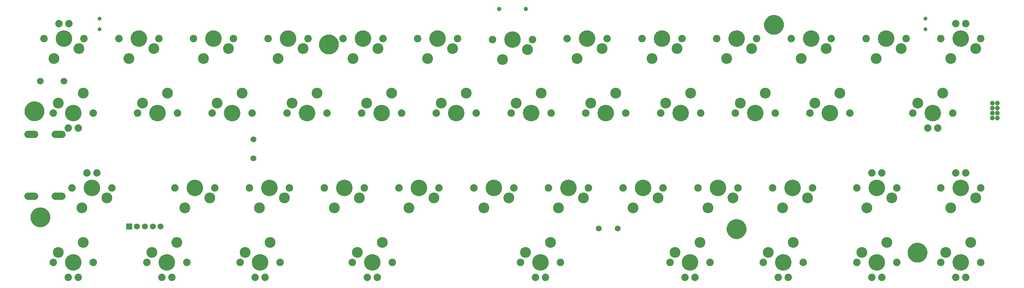
<source format=gts>
G75*
%MOIN*%
%OFA0B0*%
%FSLAX25Y25*%
%IPPOS*%
%LPD*%
%AMOC8*
5,1,8,0,0,1.08239X$1,22.5*
%
%ADD10C,0.10800*%
%ADD11C,0.16550*%
%ADD12C,0.07400*%
%ADD13C,0.07493*%
%ADD14C,0.05950*%
%ADD15R,0.05950X0.05950*%
%ADD16C,0.06706*%
%ADD17C,0.07400*%
%ADD18C,0.03950*%
%ADD19C,0.04343*%
%ADD20C,0.04769*%
%ADD21C,0.09068*%
%ADD22C,0.04000*%
%ADD23C,0.07874*%
D10*
X0042657Y0056842D03*
X0067657Y0066842D03*
X0136161Y0056842D03*
X0161161Y0066842D03*
X0229665Y0056842D03*
X0254665Y0066842D03*
X0341870Y0056842D03*
X0366870Y0066842D03*
X0393622Y0101645D03*
X0418622Y0111645D03*
X0468425Y0101645D03*
X0493425Y0111645D03*
X0543228Y0101645D03*
X0568228Y0111645D03*
X0618031Y0101645D03*
X0643031Y0111645D03*
X0692835Y0101645D03*
X0717835Y0111645D03*
X0767638Y0101645D03*
X0792638Y0111645D03*
X0851791Y0101645D03*
X0876791Y0111645D03*
X0935945Y0101645D03*
X0960945Y0111645D03*
X0955945Y0066842D03*
X0930945Y0056842D03*
X0871791Y0066842D03*
X0846791Y0056842D03*
X0778287Y0066842D03*
X0753287Y0056842D03*
X0684783Y0066842D03*
X0659783Y0056842D03*
X0535177Y0066842D03*
X0510177Y0056842D03*
X0343819Y0111645D03*
X0318819Y0101645D03*
X0269016Y0111645D03*
X0244016Y0101645D03*
X0194213Y0111645D03*
X0169213Y0101645D03*
X0091358Y0111645D03*
X0066358Y0101645D03*
X0042657Y0206449D03*
X0067657Y0216449D03*
X0126811Y0206449D03*
X0151811Y0216449D03*
X0201614Y0206449D03*
X0226614Y0216449D03*
X0276417Y0206449D03*
X0301417Y0216449D03*
X0351220Y0206449D03*
X0376220Y0216449D03*
X0426024Y0206449D03*
X0451024Y0216449D03*
X0500827Y0206449D03*
X0525827Y0216449D03*
X0575630Y0206449D03*
X0600630Y0216449D03*
X0650433Y0206449D03*
X0675433Y0216449D03*
X0725236Y0206449D03*
X0750236Y0216449D03*
X0800039Y0206449D03*
X0825039Y0216449D03*
X0902894Y0206449D03*
X0927894Y0216449D03*
X0935945Y0251252D03*
X0960945Y0261252D03*
X0886142Y0261252D03*
X0861142Y0251252D03*
X0811339Y0261252D03*
X0786339Y0251252D03*
X0736535Y0261252D03*
X0711535Y0251252D03*
X0661732Y0261252D03*
X0636732Y0251252D03*
X0586929Y0261252D03*
X0561929Y0251252D03*
X0512126Y0260267D03*
X0487126Y0250267D03*
X0437323Y0261252D03*
X0412323Y0251252D03*
X0362520Y0261252D03*
X0337520Y0251252D03*
X0287717Y0261252D03*
X0262717Y0251252D03*
X0212913Y0261252D03*
X0187913Y0251252D03*
X0138110Y0261252D03*
X0113110Y0251252D03*
X0063307Y0261252D03*
X0038307Y0251252D03*
D11*
X0048307Y0271252D03*
X0123110Y0271252D03*
X0197913Y0271252D03*
X0272717Y0271252D03*
X0347520Y0271252D03*
X0422323Y0271252D03*
X0497126Y0270267D03*
X0571929Y0271252D03*
X0646732Y0271252D03*
X0721535Y0271252D03*
X0796339Y0271252D03*
X0871142Y0271252D03*
X0945945Y0271252D03*
X0917894Y0196449D03*
X0815039Y0196449D03*
X0740236Y0196449D03*
X0665433Y0196449D03*
X0590630Y0196449D03*
X0515827Y0196449D03*
X0441024Y0196449D03*
X0366220Y0196449D03*
X0291417Y0196449D03*
X0216614Y0196449D03*
X0141811Y0196449D03*
X0057657Y0196449D03*
X0076358Y0121645D03*
X0179213Y0121645D03*
X0254016Y0121645D03*
X0328819Y0121645D03*
X0403622Y0121645D03*
X0478425Y0121645D03*
X0553228Y0121645D03*
X0628031Y0121645D03*
X0702835Y0121645D03*
X0777638Y0121645D03*
X0861791Y0121645D03*
X0945945Y0121645D03*
X0945945Y0046842D03*
X0861791Y0046842D03*
X0768287Y0046842D03*
X0674783Y0046842D03*
X0525177Y0046842D03*
X0356870Y0046842D03*
X0244665Y0046842D03*
X0151161Y0046842D03*
X0057657Y0046842D03*
D12*
X0052657Y0031842D03*
X0062657Y0031842D03*
X0146161Y0031842D03*
X0156161Y0031842D03*
X0239665Y0031842D03*
X0249665Y0031842D03*
X0351870Y0031842D03*
X0361870Y0031842D03*
X0520177Y0031842D03*
X0530177Y0031842D03*
X0669783Y0031842D03*
X0679783Y0031842D03*
X0763287Y0031842D03*
X0773287Y0031842D03*
X0856791Y0031842D03*
X0866791Y0031842D03*
X0940945Y0031842D03*
X0950945Y0031842D03*
X0950945Y0136645D03*
X0940945Y0136645D03*
X0866791Y0136645D03*
X0856791Y0136645D03*
X0912894Y0181449D03*
X0922894Y0181449D03*
X0940945Y0286252D03*
X0950945Y0286252D03*
X0081358Y0136645D03*
X0071358Y0136645D03*
X0062657Y0181449D03*
X0052657Y0181449D03*
X0053307Y0286252D03*
X0043307Y0286252D03*
D13*
X0028307Y0271252D03*
X0068307Y0271252D03*
X0103110Y0271252D03*
X0143110Y0271252D03*
X0177913Y0271252D03*
X0217913Y0271252D03*
X0252717Y0271252D03*
X0292717Y0271252D03*
X0327520Y0271252D03*
X0367520Y0271252D03*
X0402323Y0271252D03*
X0442323Y0271252D03*
X0477126Y0270267D03*
X0517126Y0270267D03*
X0551929Y0271252D03*
X0591929Y0271252D03*
X0626732Y0271252D03*
X0666732Y0271252D03*
X0701535Y0271252D03*
X0741535Y0271252D03*
X0776339Y0271252D03*
X0816339Y0271252D03*
X0851142Y0271252D03*
X0891142Y0271252D03*
X0925945Y0271252D03*
X0965945Y0271252D03*
X0937894Y0196449D03*
X0897894Y0196449D03*
X0835039Y0196449D03*
X0795039Y0196449D03*
X0760236Y0196449D03*
X0720236Y0196449D03*
X0685433Y0196449D03*
X0645433Y0196449D03*
X0610630Y0196449D03*
X0570630Y0196449D03*
X0535827Y0196449D03*
X0495827Y0196449D03*
X0461024Y0196449D03*
X0421024Y0196449D03*
X0386220Y0196449D03*
X0346220Y0196449D03*
X0311417Y0196449D03*
X0271417Y0196449D03*
X0236614Y0196449D03*
X0196614Y0196449D03*
X0161811Y0196449D03*
X0121811Y0196449D03*
X0077657Y0196449D03*
X0037657Y0196449D03*
X0056358Y0121645D03*
X0096358Y0121645D03*
X0159213Y0121645D03*
X0199213Y0121645D03*
X0234016Y0121645D03*
X0274016Y0121645D03*
X0308819Y0121645D03*
X0348819Y0121645D03*
X0383622Y0121645D03*
X0423622Y0121645D03*
X0458425Y0121645D03*
X0498425Y0121645D03*
X0533228Y0121645D03*
X0573228Y0121645D03*
X0608031Y0121645D03*
X0648031Y0121645D03*
X0682835Y0121645D03*
X0722835Y0121645D03*
X0757638Y0121645D03*
X0797638Y0121645D03*
X0841791Y0121645D03*
X0881791Y0121645D03*
X0925945Y0121645D03*
X0965945Y0121645D03*
X0965945Y0046842D03*
X0925945Y0046842D03*
X0881791Y0046842D03*
X0841791Y0046842D03*
X0788287Y0046842D03*
X0748287Y0046842D03*
X0694783Y0046842D03*
X0654783Y0046842D03*
X0545177Y0046842D03*
X0505177Y0046842D03*
X0376870Y0046842D03*
X0336870Y0046842D03*
X0264665Y0046842D03*
X0224665Y0046842D03*
X0171161Y0046842D03*
X0131161Y0046842D03*
X0077657Y0046842D03*
X0037657Y0046842D03*
D14*
X0121326Y0082767D03*
X0129200Y0082767D03*
X0137074Y0082767D03*
X0144948Y0082767D03*
X0237850Y0151160D03*
X0237850Y0170373D03*
X0583394Y0080767D03*
X0602606Y0080767D03*
D15*
X0113452Y0082767D03*
D16*
X0048172Y0228717D03*
X0024550Y0228717D03*
D17*
X0018930Y0175172D02*
X0012330Y0175172D01*
X0039456Y0175172D02*
X0046056Y0175172D01*
X0046056Y0113361D02*
X0039456Y0113361D01*
X0018930Y0113361D02*
X0012330Y0113361D01*
D18*
X0083740Y0280602D03*
X0083740Y0291429D03*
X0910512Y0291429D03*
X0910512Y0280602D03*
D19*
X0510512Y0301017D03*
X0483740Y0301017D03*
D20*
X0977500Y0206567D03*
X0982500Y0206567D03*
X0982500Y0201567D03*
X0977500Y0201567D03*
X0977500Y0196567D03*
X0982500Y0196567D03*
X0982500Y0191567D03*
X0977500Y0191567D03*
D21*
X0758937Y0285031D03*
X0313455Y0265346D03*
X0018780Y0198417D03*
X0024685Y0092118D03*
X0721535Y0080307D03*
X0902638Y0056685D03*
D22*
X0909538Y0056585D03*
X0907638Y0051685D03*
X0902438Y0049685D03*
X0897638Y0051785D03*
X0895638Y0056685D03*
X0897738Y0061485D03*
X0902838Y0063585D03*
X0907638Y0061685D03*
X0728435Y0080207D03*
X0726535Y0075307D03*
X0721335Y0073307D03*
X0716535Y0075407D03*
X0714535Y0080307D03*
X0716635Y0085107D03*
X0721735Y0087207D03*
X0726535Y0085307D03*
X0318455Y0260346D03*
X0313255Y0258346D03*
X0308455Y0260446D03*
X0306455Y0265346D03*
X0308555Y0270146D03*
X0313655Y0272246D03*
X0318455Y0270346D03*
X0320355Y0265246D03*
X0025680Y0198317D03*
X0023780Y0203417D03*
X0018980Y0205317D03*
X0013880Y0203217D03*
X0011780Y0198417D03*
X0013780Y0193517D03*
X0018580Y0191417D03*
X0023780Y0193417D03*
X0024885Y0099018D03*
X0029685Y0097118D03*
X0031585Y0092018D03*
X0029685Y0087118D03*
X0024485Y0085118D03*
X0019685Y0087218D03*
X0017685Y0092118D03*
X0019785Y0096918D03*
X0751937Y0285031D03*
X0753937Y0280131D03*
X0758737Y0278031D03*
X0763937Y0280031D03*
X0765837Y0284931D03*
X0763937Y0290031D03*
X0759137Y0291931D03*
X0754037Y0289831D03*
D23*
X0753031Y0285031D02*
X0753033Y0285184D01*
X0753039Y0285338D01*
X0753049Y0285491D01*
X0753063Y0285643D01*
X0753081Y0285796D01*
X0753103Y0285947D01*
X0753128Y0286098D01*
X0753158Y0286249D01*
X0753192Y0286399D01*
X0753229Y0286547D01*
X0753270Y0286695D01*
X0753315Y0286841D01*
X0753364Y0286987D01*
X0753417Y0287131D01*
X0753473Y0287273D01*
X0753533Y0287414D01*
X0753597Y0287554D01*
X0753664Y0287692D01*
X0753735Y0287828D01*
X0753810Y0287962D01*
X0753887Y0288094D01*
X0753969Y0288224D01*
X0754053Y0288352D01*
X0754141Y0288478D01*
X0754232Y0288601D01*
X0754326Y0288722D01*
X0754424Y0288840D01*
X0754524Y0288956D01*
X0754628Y0289069D01*
X0754734Y0289180D01*
X0754843Y0289288D01*
X0754955Y0289393D01*
X0755069Y0289494D01*
X0755187Y0289593D01*
X0755306Y0289689D01*
X0755428Y0289782D01*
X0755553Y0289871D01*
X0755680Y0289958D01*
X0755809Y0290040D01*
X0755940Y0290120D01*
X0756073Y0290196D01*
X0756208Y0290269D01*
X0756345Y0290338D01*
X0756484Y0290403D01*
X0756624Y0290465D01*
X0756766Y0290523D01*
X0756909Y0290578D01*
X0757054Y0290629D01*
X0757200Y0290676D01*
X0757347Y0290719D01*
X0757495Y0290758D01*
X0757644Y0290794D01*
X0757794Y0290825D01*
X0757945Y0290853D01*
X0758096Y0290877D01*
X0758249Y0290897D01*
X0758401Y0290913D01*
X0758554Y0290925D01*
X0758707Y0290933D01*
X0758860Y0290937D01*
X0759014Y0290937D01*
X0759167Y0290933D01*
X0759320Y0290925D01*
X0759473Y0290913D01*
X0759625Y0290897D01*
X0759778Y0290877D01*
X0759929Y0290853D01*
X0760080Y0290825D01*
X0760230Y0290794D01*
X0760379Y0290758D01*
X0760527Y0290719D01*
X0760674Y0290676D01*
X0760820Y0290629D01*
X0760965Y0290578D01*
X0761108Y0290523D01*
X0761250Y0290465D01*
X0761390Y0290403D01*
X0761529Y0290338D01*
X0761666Y0290269D01*
X0761801Y0290196D01*
X0761934Y0290120D01*
X0762065Y0290040D01*
X0762194Y0289958D01*
X0762321Y0289871D01*
X0762446Y0289782D01*
X0762568Y0289689D01*
X0762687Y0289593D01*
X0762805Y0289494D01*
X0762919Y0289393D01*
X0763031Y0289288D01*
X0763140Y0289180D01*
X0763246Y0289069D01*
X0763350Y0288956D01*
X0763450Y0288840D01*
X0763548Y0288722D01*
X0763642Y0288601D01*
X0763733Y0288478D01*
X0763821Y0288352D01*
X0763905Y0288224D01*
X0763987Y0288094D01*
X0764064Y0287962D01*
X0764139Y0287828D01*
X0764210Y0287692D01*
X0764277Y0287554D01*
X0764341Y0287414D01*
X0764401Y0287273D01*
X0764457Y0287131D01*
X0764510Y0286987D01*
X0764559Y0286841D01*
X0764604Y0286695D01*
X0764645Y0286547D01*
X0764682Y0286399D01*
X0764716Y0286249D01*
X0764746Y0286098D01*
X0764771Y0285947D01*
X0764793Y0285796D01*
X0764811Y0285643D01*
X0764825Y0285491D01*
X0764835Y0285338D01*
X0764841Y0285184D01*
X0764843Y0285031D01*
X0764841Y0284878D01*
X0764835Y0284724D01*
X0764825Y0284571D01*
X0764811Y0284419D01*
X0764793Y0284266D01*
X0764771Y0284115D01*
X0764746Y0283964D01*
X0764716Y0283813D01*
X0764682Y0283663D01*
X0764645Y0283515D01*
X0764604Y0283367D01*
X0764559Y0283221D01*
X0764510Y0283075D01*
X0764457Y0282931D01*
X0764401Y0282789D01*
X0764341Y0282648D01*
X0764277Y0282508D01*
X0764210Y0282370D01*
X0764139Y0282234D01*
X0764064Y0282100D01*
X0763987Y0281968D01*
X0763905Y0281838D01*
X0763821Y0281710D01*
X0763733Y0281584D01*
X0763642Y0281461D01*
X0763548Y0281340D01*
X0763450Y0281222D01*
X0763350Y0281106D01*
X0763246Y0280993D01*
X0763140Y0280882D01*
X0763031Y0280774D01*
X0762919Y0280669D01*
X0762805Y0280568D01*
X0762687Y0280469D01*
X0762568Y0280373D01*
X0762446Y0280280D01*
X0762321Y0280191D01*
X0762194Y0280104D01*
X0762065Y0280022D01*
X0761934Y0279942D01*
X0761801Y0279866D01*
X0761666Y0279793D01*
X0761529Y0279724D01*
X0761390Y0279659D01*
X0761250Y0279597D01*
X0761108Y0279539D01*
X0760965Y0279484D01*
X0760820Y0279433D01*
X0760674Y0279386D01*
X0760527Y0279343D01*
X0760379Y0279304D01*
X0760230Y0279268D01*
X0760080Y0279237D01*
X0759929Y0279209D01*
X0759778Y0279185D01*
X0759625Y0279165D01*
X0759473Y0279149D01*
X0759320Y0279137D01*
X0759167Y0279129D01*
X0759014Y0279125D01*
X0758860Y0279125D01*
X0758707Y0279129D01*
X0758554Y0279137D01*
X0758401Y0279149D01*
X0758249Y0279165D01*
X0758096Y0279185D01*
X0757945Y0279209D01*
X0757794Y0279237D01*
X0757644Y0279268D01*
X0757495Y0279304D01*
X0757347Y0279343D01*
X0757200Y0279386D01*
X0757054Y0279433D01*
X0756909Y0279484D01*
X0756766Y0279539D01*
X0756624Y0279597D01*
X0756484Y0279659D01*
X0756345Y0279724D01*
X0756208Y0279793D01*
X0756073Y0279866D01*
X0755940Y0279942D01*
X0755809Y0280022D01*
X0755680Y0280104D01*
X0755553Y0280191D01*
X0755428Y0280280D01*
X0755306Y0280373D01*
X0755187Y0280469D01*
X0755069Y0280568D01*
X0754955Y0280669D01*
X0754843Y0280774D01*
X0754734Y0280882D01*
X0754628Y0280993D01*
X0754524Y0281106D01*
X0754424Y0281222D01*
X0754326Y0281340D01*
X0754232Y0281461D01*
X0754141Y0281584D01*
X0754053Y0281710D01*
X0753969Y0281838D01*
X0753887Y0281968D01*
X0753810Y0282100D01*
X0753735Y0282234D01*
X0753664Y0282370D01*
X0753597Y0282508D01*
X0753533Y0282648D01*
X0753473Y0282789D01*
X0753417Y0282931D01*
X0753364Y0283075D01*
X0753315Y0283221D01*
X0753270Y0283367D01*
X0753229Y0283515D01*
X0753192Y0283663D01*
X0753158Y0283813D01*
X0753128Y0283964D01*
X0753103Y0284115D01*
X0753081Y0284266D01*
X0753063Y0284419D01*
X0753049Y0284571D01*
X0753039Y0284724D01*
X0753033Y0284878D01*
X0753031Y0285031D01*
X0307549Y0265346D02*
X0307551Y0265499D01*
X0307557Y0265653D01*
X0307567Y0265806D01*
X0307581Y0265958D01*
X0307599Y0266111D01*
X0307621Y0266262D01*
X0307646Y0266413D01*
X0307676Y0266564D01*
X0307710Y0266714D01*
X0307747Y0266862D01*
X0307788Y0267010D01*
X0307833Y0267156D01*
X0307882Y0267302D01*
X0307935Y0267446D01*
X0307991Y0267588D01*
X0308051Y0267729D01*
X0308115Y0267869D01*
X0308182Y0268007D01*
X0308253Y0268143D01*
X0308328Y0268277D01*
X0308405Y0268409D01*
X0308487Y0268539D01*
X0308571Y0268667D01*
X0308659Y0268793D01*
X0308750Y0268916D01*
X0308844Y0269037D01*
X0308942Y0269155D01*
X0309042Y0269271D01*
X0309146Y0269384D01*
X0309252Y0269495D01*
X0309361Y0269603D01*
X0309473Y0269708D01*
X0309587Y0269809D01*
X0309705Y0269908D01*
X0309824Y0270004D01*
X0309946Y0270097D01*
X0310071Y0270186D01*
X0310198Y0270273D01*
X0310327Y0270355D01*
X0310458Y0270435D01*
X0310591Y0270511D01*
X0310726Y0270584D01*
X0310863Y0270653D01*
X0311002Y0270718D01*
X0311142Y0270780D01*
X0311284Y0270838D01*
X0311427Y0270893D01*
X0311572Y0270944D01*
X0311718Y0270991D01*
X0311865Y0271034D01*
X0312013Y0271073D01*
X0312162Y0271109D01*
X0312312Y0271140D01*
X0312463Y0271168D01*
X0312614Y0271192D01*
X0312767Y0271212D01*
X0312919Y0271228D01*
X0313072Y0271240D01*
X0313225Y0271248D01*
X0313378Y0271252D01*
X0313532Y0271252D01*
X0313685Y0271248D01*
X0313838Y0271240D01*
X0313991Y0271228D01*
X0314143Y0271212D01*
X0314296Y0271192D01*
X0314447Y0271168D01*
X0314598Y0271140D01*
X0314748Y0271109D01*
X0314897Y0271073D01*
X0315045Y0271034D01*
X0315192Y0270991D01*
X0315338Y0270944D01*
X0315483Y0270893D01*
X0315626Y0270838D01*
X0315768Y0270780D01*
X0315908Y0270718D01*
X0316047Y0270653D01*
X0316184Y0270584D01*
X0316319Y0270511D01*
X0316452Y0270435D01*
X0316583Y0270355D01*
X0316712Y0270273D01*
X0316839Y0270186D01*
X0316964Y0270097D01*
X0317086Y0270004D01*
X0317205Y0269908D01*
X0317323Y0269809D01*
X0317437Y0269708D01*
X0317549Y0269603D01*
X0317658Y0269495D01*
X0317764Y0269384D01*
X0317868Y0269271D01*
X0317968Y0269155D01*
X0318066Y0269037D01*
X0318160Y0268916D01*
X0318251Y0268793D01*
X0318339Y0268667D01*
X0318423Y0268539D01*
X0318505Y0268409D01*
X0318582Y0268277D01*
X0318657Y0268143D01*
X0318728Y0268007D01*
X0318795Y0267869D01*
X0318859Y0267729D01*
X0318919Y0267588D01*
X0318975Y0267446D01*
X0319028Y0267302D01*
X0319077Y0267156D01*
X0319122Y0267010D01*
X0319163Y0266862D01*
X0319200Y0266714D01*
X0319234Y0266564D01*
X0319264Y0266413D01*
X0319289Y0266262D01*
X0319311Y0266111D01*
X0319329Y0265958D01*
X0319343Y0265806D01*
X0319353Y0265653D01*
X0319359Y0265499D01*
X0319361Y0265346D01*
X0319359Y0265193D01*
X0319353Y0265039D01*
X0319343Y0264886D01*
X0319329Y0264734D01*
X0319311Y0264581D01*
X0319289Y0264430D01*
X0319264Y0264279D01*
X0319234Y0264128D01*
X0319200Y0263978D01*
X0319163Y0263830D01*
X0319122Y0263682D01*
X0319077Y0263536D01*
X0319028Y0263390D01*
X0318975Y0263246D01*
X0318919Y0263104D01*
X0318859Y0262963D01*
X0318795Y0262823D01*
X0318728Y0262685D01*
X0318657Y0262549D01*
X0318582Y0262415D01*
X0318505Y0262283D01*
X0318423Y0262153D01*
X0318339Y0262025D01*
X0318251Y0261899D01*
X0318160Y0261776D01*
X0318066Y0261655D01*
X0317968Y0261537D01*
X0317868Y0261421D01*
X0317764Y0261308D01*
X0317658Y0261197D01*
X0317549Y0261089D01*
X0317437Y0260984D01*
X0317323Y0260883D01*
X0317205Y0260784D01*
X0317086Y0260688D01*
X0316964Y0260595D01*
X0316839Y0260506D01*
X0316712Y0260419D01*
X0316583Y0260337D01*
X0316452Y0260257D01*
X0316319Y0260181D01*
X0316184Y0260108D01*
X0316047Y0260039D01*
X0315908Y0259974D01*
X0315768Y0259912D01*
X0315626Y0259854D01*
X0315483Y0259799D01*
X0315338Y0259748D01*
X0315192Y0259701D01*
X0315045Y0259658D01*
X0314897Y0259619D01*
X0314748Y0259583D01*
X0314598Y0259552D01*
X0314447Y0259524D01*
X0314296Y0259500D01*
X0314143Y0259480D01*
X0313991Y0259464D01*
X0313838Y0259452D01*
X0313685Y0259444D01*
X0313532Y0259440D01*
X0313378Y0259440D01*
X0313225Y0259444D01*
X0313072Y0259452D01*
X0312919Y0259464D01*
X0312767Y0259480D01*
X0312614Y0259500D01*
X0312463Y0259524D01*
X0312312Y0259552D01*
X0312162Y0259583D01*
X0312013Y0259619D01*
X0311865Y0259658D01*
X0311718Y0259701D01*
X0311572Y0259748D01*
X0311427Y0259799D01*
X0311284Y0259854D01*
X0311142Y0259912D01*
X0311002Y0259974D01*
X0310863Y0260039D01*
X0310726Y0260108D01*
X0310591Y0260181D01*
X0310458Y0260257D01*
X0310327Y0260337D01*
X0310198Y0260419D01*
X0310071Y0260506D01*
X0309946Y0260595D01*
X0309824Y0260688D01*
X0309705Y0260784D01*
X0309587Y0260883D01*
X0309473Y0260984D01*
X0309361Y0261089D01*
X0309252Y0261197D01*
X0309146Y0261308D01*
X0309042Y0261421D01*
X0308942Y0261537D01*
X0308844Y0261655D01*
X0308750Y0261776D01*
X0308659Y0261899D01*
X0308571Y0262025D01*
X0308487Y0262153D01*
X0308405Y0262283D01*
X0308328Y0262415D01*
X0308253Y0262549D01*
X0308182Y0262685D01*
X0308115Y0262823D01*
X0308051Y0262963D01*
X0307991Y0263104D01*
X0307935Y0263246D01*
X0307882Y0263390D01*
X0307833Y0263536D01*
X0307788Y0263682D01*
X0307747Y0263830D01*
X0307710Y0263978D01*
X0307676Y0264128D01*
X0307646Y0264279D01*
X0307621Y0264430D01*
X0307599Y0264581D01*
X0307581Y0264734D01*
X0307567Y0264886D01*
X0307557Y0265039D01*
X0307551Y0265193D01*
X0307549Y0265346D01*
X0012874Y0198417D02*
X0012876Y0198570D01*
X0012882Y0198724D01*
X0012892Y0198877D01*
X0012906Y0199029D01*
X0012924Y0199182D01*
X0012946Y0199333D01*
X0012971Y0199484D01*
X0013001Y0199635D01*
X0013035Y0199785D01*
X0013072Y0199933D01*
X0013113Y0200081D01*
X0013158Y0200227D01*
X0013207Y0200373D01*
X0013260Y0200517D01*
X0013316Y0200659D01*
X0013376Y0200800D01*
X0013440Y0200940D01*
X0013507Y0201078D01*
X0013578Y0201214D01*
X0013653Y0201348D01*
X0013730Y0201480D01*
X0013812Y0201610D01*
X0013896Y0201738D01*
X0013984Y0201864D01*
X0014075Y0201987D01*
X0014169Y0202108D01*
X0014267Y0202226D01*
X0014367Y0202342D01*
X0014471Y0202455D01*
X0014577Y0202566D01*
X0014686Y0202674D01*
X0014798Y0202779D01*
X0014912Y0202880D01*
X0015030Y0202979D01*
X0015149Y0203075D01*
X0015271Y0203168D01*
X0015396Y0203257D01*
X0015523Y0203344D01*
X0015652Y0203426D01*
X0015783Y0203506D01*
X0015916Y0203582D01*
X0016051Y0203655D01*
X0016188Y0203724D01*
X0016327Y0203789D01*
X0016467Y0203851D01*
X0016609Y0203909D01*
X0016752Y0203964D01*
X0016897Y0204015D01*
X0017043Y0204062D01*
X0017190Y0204105D01*
X0017338Y0204144D01*
X0017487Y0204180D01*
X0017637Y0204211D01*
X0017788Y0204239D01*
X0017939Y0204263D01*
X0018092Y0204283D01*
X0018244Y0204299D01*
X0018397Y0204311D01*
X0018550Y0204319D01*
X0018703Y0204323D01*
X0018857Y0204323D01*
X0019010Y0204319D01*
X0019163Y0204311D01*
X0019316Y0204299D01*
X0019468Y0204283D01*
X0019621Y0204263D01*
X0019772Y0204239D01*
X0019923Y0204211D01*
X0020073Y0204180D01*
X0020222Y0204144D01*
X0020370Y0204105D01*
X0020517Y0204062D01*
X0020663Y0204015D01*
X0020808Y0203964D01*
X0020951Y0203909D01*
X0021093Y0203851D01*
X0021233Y0203789D01*
X0021372Y0203724D01*
X0021509Y0203655D01*
X0021644Y0203582D01*
X0021777Y0203506D01*
X0021908Y0203426D01*
X0022037Y0203344D01*
X0022164Y0203257D01*
X0022289Y0203168D01*
X0022411Y0203075D01*
X0022530Y0202979D01*
X0022648Y0202880D01*
X0022762Y0202779D01*
X0022874Y0202674D01*
X0022983Y0202566D01*
X0023089Y0202455D01*
X0023193Y0202342D01*
X0023293Y0202226D01*
X0023391Y0202108D01*
X0023485Y0201987D01*
X0023576Y0201864D01*
X0023664Y0201738D01*
X0023748Y0201610D01*
X0023830Y0201480D01*
X0023907Y0201348D01*
X0023982Y0201214D01*
X0024053Y0201078D01*
X0024120Y0200940D01*
X0024184Y0200800D01*
X0024244Y0200659D01*
X0024300Y0200517D01*
X0024353Y0200373D01*
X0024402Y0200227D01*
X0024447Y0200081D01*
X0024488Y0199933D01*
X0024525Y0199785D01*
X0024559Y0199635D01*
X0024589Y0199484D01*
X0024614Y0199333D01*
X0024636Y0199182D01*
X0024654Y0199029D01*
X0024668Y0198877D01*
X0024678Y0198724D01*
X0024684Y0198570D01*
X0024686Y0198417D01*
X0024684Y0198264D01*
X0024678Y0198110D01*
X0024668Y0197957D01*
X0024654Y0197805D01*
X0024636Y0197652D01*
X0024614Y0197501D01*
X0024589Y0197350D01*
X0024559Y0197199D01*
X0024525Y0197049D01*
X0024488Y0196901D01*
X0024447Y0196753D01*
X0024402Y0196607D01*
X0024353Y0196461D01*
X0024300Y0196317D01*
X0024244Y0196175D01*
X0024184Y0196034D01*
X0024120Y0195894D01*
X0024053Y0195756D01*
X0023982Y0195620D01*
X0023907Y0195486D01*
X0023830Y0195354D01*
X0023748Y0195224D01*
X0023664Y0195096D01*
X0023576Y0194970D01*
X0023485Y0194847D01*
X0023391Y0194726D01*
X0023293Y0194608D01*
X0023193Y0194492D01*
X0023089Y0194379D01*
X0022983Y0194268D01*
X0022874Y0194160D01*
X0022762Y0194055D01*
X0022648Y0193954D01*
X0022530Y0193855D01*
X0022411Y0193759D01*
X0022289Y0193666D01*
X0022164Y0193577D01*
X0022037Y0193490D01*
X0021908Y0193408D01*
X0021777Y0193328D01*
X0021644Y0193252D01*
X0021509Y0193179D01*
X0021372Y0193110D01*
X0021233Y0193045D01*
X0021093Y0192983D01*
X0020951Y0192925D01*
X0020808Y0192870D01*
X0020663Y0192819D01*
X0020517Y0192772D01*
X0020370Y0192729D01*
X0020222Y0192690D01*
X0020073Y0192654D01*
X0019923Y0192623D01*
X0019772Y0192595D01*
X0019621Y0192571D01*
X0019468Y0192551D01*
X0019316Y0192535D01*
X0019163Y0192523D01*
X0019010Y0192515D01*
X0018857Y0192511D01*
X0018703Y0192511D01*
X0018550Y0192515D01*
X0018397Y0192523D01*
X0018244Y0192535D01*
X0018092Y0192551D01*
X0017939Y0192571D01*
X0017788Y0192595D01*
X0017637Y0192623D01*
X0017487Y0192654D01*
X0017338Y0192690D01*
X0017190Y0192729D01*
X0017043Y0192772D01*
X0016897Y0192819D01*
X0016752Y0192870D01*
X0016609Y0192925D01*
X0016467Y0192983D01*
X0016327Y0193045D01*
X0016188Y0193110D01*
X0016051Y0193179D01*
X0015916Y0193252D01*
X0015783Y0193328D01*
X0015652Y0193408D01*
X0015523Y0193490D01*
X0015396Y0193577D01*
X0015271Y0193666D01*
X0015149Y0193759D01*
X0015030Y0193855D01*
X0014912Y0193954D01*
X0014798Y0194055D01*
X0014686Y0194160D01*
X0014577Y0194268D01*
X0014471Y0194379D01*
X0014367Y0194492D01*
X0014267Y0194608D01*
X0014169Y0194726D01*
X0014075Y0194847D01*
X0013984Y0194970D01*
X0013896Y0195096D01*
X0013812Y0195224D01*
X0013730Y0195354D01*
X0013653Y0195486D01*
X0013578Y0195620D01*
X0013507Y0195756D01*
X0013440Y0195894D01*
X0013376Y0196034D01*
X0013316Y0196175D01*
X0013260Y0196317D01*
X0013207Y0196461D01*
X0013158Y0196607D01*
X0013113Y0196753D01*
X0013072Y0196901D01*
X0013035Y0197049D01*
X0013001Y0197199D01*
X0012971Y0197350D01*
X0012946Y0197501D01*
X0012924Y0197652D01*
X0012906Y0197805D01*
X0012892Y0197957D01*
X0012882Y0198110D01*
X0012876Y0198264D01*
X0012874Y0198417D01*
X0018779Y0092118D02*
X0018781Y0092271D01*
X0018787Y0092425D01*
X0018797Y0092578D01*
X0018811Y0092730D01*
X0018829Y0092883D01*
X0018851Y0093034D01*
X0018876Y0093185D01*
X0018906Y0093336D01*
X0018940Y0093486D01*
X0018977Y0093634D01*
X0019018Y0093782D01*
X0019063Y0093928D01*
X0019112Y0094074D01*
X0019165Y0094218D01*
X0019221Y0094360D01*
X0019281Y0094501D01*
X0019345Y0094641D01*
X0019412Y0094779D01*
X0019483Y0094915D01*
X0019558Y0095049D01*
X0019635Y0095181D01*
X0019717Y0095311D01*
X0019801Y0095439D01*
X0019889Y0095565D01*
X0019980Y0095688D01*
X0020074Y0095809D01*
X0020172Y0095927D01*
X0020272Y0096043D01*
X0020376Y0096156D01*
X0020482Y0096267D01*
X0020591Y0096375D01*
X0020703Y0096480D01*
X0020817Y0096581D01*
X0020935Y0096680D01*
X0021054Y0096776D01*
X0021176Y0096869D01*
X0021301Y0096958D01*
X0021428Y0097045D01*
X0021557Y0097127D01*
X0021688Y0097207D01*
X0021821Y0097283D01*
X0021956Y0097356D01*
X0022093Y0097425D01*
X0022232Y0097490D01*
X0022372Y0097552D01*
X0022514Y0097610D01*
X0022657Y0097665D01*
X0022802Y0097716D01*
X0022948Y0097763D01*
X0023095Y0097806D01*
X0023243Y0097845D01*
X0023392Y0097881D01*
X0023542Y0097912D01*
X0023693Y0097940D01*
X0023844Y0097964D01*
X0023997Y0097984D01*
X0024149Y0098000D01*
X0024302Y0098012D01*
X0024455Y0098020D01*
X0024608Y0098024D01*
X0024762Y0098024D01*
X0024915Y0098020D01*
X0025068Y0098012D01*
X0025221Y0098000D01*
X0025373Y0097984D01*
X0025526Y0097964D01*
X0025677Y0097940D01*
X0025828Y0097912D01*
X0025978Y0097881D01*
X0026127Y0097845D01*
X0026275Y0097806D01*
X0026422Y0097763D01*
X0026568Y0097716D01*
X0026713Y0097665D01*
X0026856Y0097610D01*
X0026998Y0097552D01*
X0027138Y0097490D01*
X0027277Y0097425D01*
X0027414Y0097356D01*
X0027549Y0097283D01*
X0027682Y0097207D01*
X0027813Y0097127D01*
X0027942Y0097045D01*
X0028069Y0096958D01*
X0028194Y0096869D01*
X0028316Y0096776D01*
X0028435Y0096680D01*
X0028553Y0096581D01*
X0028667Y0096480D01*
X0028779Y0096375D01*
X0028888Y0096267D01*
X0028994Y0096156D01*
X0029098Y0096043D01*
X0029198Y0095927D01*
X0029296Y0095809D01*
X0029390Y0095688D01*
X0029481Y0095565D01*
X0029569Y0095439D01*
X0029653Y0095311D01*
X0029735Y0095181D01*
X0029812Y0095049D01*
X0029887Y0094915D01*
X0029958Y0094779D01*
X0030025Y0094641D01*
X0030089Y0094501D01*
X0030149Y0094360D01*
X0030205Y0094218D01*
X0030258Y0094074D01*
X0030307Y0093928D01*
X0030352Y0093782D01*
X0030393Y0093634D01*
X0030430Y0093486D01*
X0030464Y0093336D01*
X0030494Y0093185D01*
X0030519Y0093034D01*
X0030541Y0092883D01*
X0030559Y0092730D01*
X0030573Y0092578D01*
X0030583Y0092425D01*
X0030589Y0092271D01*
X0030591Y0092118D01*
X0030589Y0091965D01*
X0030583Y0091811D01*
X0030573Y0091658D01*
X0030559Y0091506D01*
X0030541Y0091353D01*
X0030519Y0091202D01*
X0030494Y0091051D01*
X0030464Y0090900D01*
X0030430Y0090750D01*
X0030393Y0090602D01*
X0030352Y0090454D01*
X0030307Y0090308D01*
X0030258Y0090162D01*
X0030205Y0090018D01*
X0030149Y0089876D01*
X0030089Y0089735D01*
X0030025Y0089595D01*
X0029958Y0089457D01*
X0029887Y0089321D01*
X0029812Y0089187D01*
X0029735Y0089055D01*
X0029653Y0088925D01*
X0029569Y0088797D01*
X0029481Y0088671D01*
X0029390Y0088548D01*
X0029296Y0088427D01*
X0029198Y0088309D01*
X0029098Y0088193D01*
X0028994Y0088080D01*
X0028888Y0087969D01*
X0028779Y0087861D01*
X0028667Y0087756D01*
X0028553Y0087655D01*
X0028435Y0087556D01*
X0028316Y0087460D01*
X0028194Y0087367D01*
X0028069Y0087278D01*
X0027942Y0087191D01*
X0027813Y0087109D01*
X0027682Y0087029D01*
X0027549Y0086953D01*
X0027414Y0086880D01*
X0027277Y0086811D01*
X0027138Y0086746D01*
X0026998Y0086684D01*
X0026856Y0086626D01*
X0026713Y0086571D01*
X0026568Y0086520D01*
X0026422Y0086473D01*
X0026275Y0086430D01*
X0026127Y0086391D01*
X0025978Y0086355D01*
X0025828Y0086324D01*
X0025677Y0086296D01*
X0025526Y0086272D01*
X0025373Y0086252D01*
X0025221Y0086236D01*
X0025068Y0086224D01*
X0024915Y0086216D01*
X0024762Y0086212D01*
X0024608Y0086212D01*
X0024455Y0086216D01*
X0024302Y0086224D01*
X0024149Y0086236D01*
X0023997Y0086252D01*
X0023844Y0086272D01*
X0023693Y0086296D01*
X0023542Y0086324D01*
X0023392Y0086355D01*
X0023243Y0086391D01*
X0023095Y0086430D01*
X0022948Y0086473D01*
X0022802Y0086520D01*
X0022657Y0086571D01*
X0022514Y0086626D01*
X0022372Y0086684D01*
X0022232Y0086746D01*
X0022093Y0086811D01*
X0021956Y0086880D01*
X0021821Y0086953D01*
X0021688Y0087029D01*
X0021557Y0087109D01*
X0021428Y0087191D01*
X0021301Y0087278D01*
X0021176Y0087367D01*
X0021054Y0087460D01*
X0020935Y0087556D01*
X0020817Y0087655D01*
X0020703Y0087756D01*
X0020591Y0087861D01*
X0020482Y0087969D01*
X0020376Y0088080D01*
X0020272Y0088193D01*
X0020172Y0088309D01*
X0020074Y0088427D01*
X0019980Y0088548D01*
X0019889Y0088671D01*
X0019801Y0088797D01*
X0019717Y0088925D01*
X0019635Y0089055D01*
X0019558Y0089187D01*
X0019483Y0089321D01*
X0019412Y0089457D01*
X0019345Y0089595D01*
X0019281Y0089735D01*
X0019221Y0089876D01*
X0019165Y0090018D01*
X0019112Y0090162D01*
X0019063Y0090308D01*
X0019018Y0090454D01*
X0018977Y0090602D01*
X0018940Y0090750D01*
X0018906Y0090900D01*
X0018876Y0091051D01*
X0018851Y0091202D01*
X0018829Y0091353D01*
X0018811Y0091506D01*
X0018797Y0091658D01*
X0018787Y0091811D01*
X0018781Y0091965D01*
X0018779Y0092118D01*
X0715629Y0080307D02*
X0715631Y0080460D01*
X0715637Y0080614D01*
X0715647Y0080767D01*
X0715661Y0080919D01*
X0715679Y0081072D01*
X0715701Y0081223D01*
X0715726Y0081374D01*
X0715756Y0081525D01*
X0715790Y0081675D01*
X0715827Y0081823D01*
X0715868Y0081971D01*
X0715913Y0082117D01*
X0715962Y0082263D01*
X0716015Y0082407D01*
X0716071Y0082549D01*
X0716131Y0082690D01*
X0716195Y0082830D01*
X0716262Y0082968D01*
X0716333Y0083104D01*
X0716408Y0083238D01*
X0716485Y0083370D01*
X0716567Y0083500D01*
X0716651Y0083628D01*
X0716739Y0083754D01*
X0716830Y0083877D01*
X0716924Y0083998D01*
X0717022Y0084116D01*
X0717122Y0084232D01*
X0717226Y0084345D01*
X0717332Y0084456D01*
X0717441Y0084564D01*
X0717553Y0084669D01*
X0717667Y0084770D01*
X0717785Y0084869D01*
X0717904Y0084965D01*
X0718026Y0085058D01*
X0718151Y0085147D01*
X0718278Y0085234D01*
X0718407Y0085316D01*
X0718538Y0085396D01*
X0718671Y0085472D01*
X0718806Y0085545D01*
X0718943Y0085614D01*
X0719082Y0085679D01*
X0719222Y0085741D01*
X0719364Y0085799D01*
X0719507Y0085854D01*
X0719652Y0085905D01*
X0719798Y0085952D01*
X0719945Y0085995D01*
X0720093Y0086034D01*
X0720242Y0086070D01*
X0720392Y0086101D01*
X0720543Y0086129D01*
X0720694Y0086153D01*
X0720847Y0086173D01*
X0720999Y0086189D01*
X0721152Y0086201D01*
X0721305Y0086209D01*
X0721458Y0086213D01*
X0721612Y0086213D01*
X0721765Y0086209D01*
X0721918Y0086201D01*
X0722071Y0086189D01*
X0722223Y0086173D01*
X0722376Y0086153D01*
X0722527Y0086129D01*
X0722678Y0086101D01*
X0722828Y0086070D01*
X0722977Y0086034D01*
X0723125Y0085995D01*
X0723272Y0085952D01*
X0723418Y0085905D01*
X0723563Y0085854D01*
X0723706Y0085799D01*
X0723848Y0085741D01*
X0723988Y0085679D01*
X0724127Y0085614D01*
X0724264Y0085545D01*
X0724399Y0085472D01*
X0724532Y0085396D01*
X0724663Y0085316D01*
X0724792Y0085234D01*
X0724919Y0085147D01*
X0725044Y0085058D01*
X0725166Y0084965D01*
X0725285Y0084869D01*
X0725403Y0084770D01*
X0725517Y0084669D01*
X0725629Y0084564D01*
X0725738Y0084456D01*
X0725844Y0084345D01*
X0725948Y0084232D01*
X0726048Y0084116D01*
X0726146Y0083998D01*
X0726240Y0083877D01*
X0726331Y0083754D01*
X0726419Y0083628D01*
X0726503Y0083500D01*
X0726585Y0083370D01*
X0726662Y0083238D01*
X0726737Y0083104D01*
X0726808Y0082968D01*
X0726875Y0082830D01*
X0726939Y0082690D01*
X0726999Y0082549D01*
X0727055Y0082407D01*
X0727108Y0082263D01*
X0727157Y0082117D01*
X0727202Y0081971D01*
X0727243Y0081823D01*
X0727280Y0081675D01*
X0727314Y0081525D01*
X0727344Y0081374D01*
X0727369Y0081223D01*
X0727391Y0081072D01*
X0727409Y0080919D01*
X0727423Y0080767D01*
X0727433Y0080614D01*
X0727439Y0080460D01*
X0727441Y0080307D01*
X0727439Y0080154D01*
X0727433Y0080000D01*
X0727423Y0079847D01*
X0727409Y0079695D01*
X0727391Y0079542D01*
X0727369Y0079391D01*
X0727344Y0079240D01*
X0727314Y0079089D01*
X0727280Y0078939D01*
X0727243Y0078791D01*
X0727202Y0078643D01*
X0727157Y0078497D01*
X0727108Y0078351D01*
X0727055Y0078207D01*
X0726999Y0078065D01*
X0726939Y0077924D01*
X0726875Y0077784D01*
X0726808Y0077646D01*
X0726737Y0077510D01*
X0726662Y0077376D01*
X0726585Y0077244D01*
X0726503Y0077114D01*
X0726419Y0076986D01*
X0726331Y0076860D01*
X0726240Y0076737D01*
X0726146Y0076616D01*
X0726048Y0076498D01*
X0725948Y0076382D01*
X0725844Y0076269D01*
X0725738Y0076158D01*
X0725629Y0076050D01*
X0725517Y0075945D01*
X0725403Y0075844D01*
X0725285Y0075745D01*
X0725166Y0075649D01*
X0725044Y0075556D01*
X0724919Y0075467D01*
X0724792Y0075380D01*
X0724663Y0075298D01*
X0724532Y0075218D01*
X0724399Y0075142D01*
X0724264Y0075069D01*
X0724127Y0075000D01*
X0723988Y0074935D01*
X0723848Y0074873D01*
X0723706Y0074815D01*
X0723563Y0074760D01*
X0723418Y0074709D01*
X0723272Y0074662D01*
X0723125Y0074619D01*
X0722977Y0074580D01*
X0722828Y0074544D01*
X0722678Y0074513D01*
X0722527Y0074485D01*
X0722376Y0074461D01*
X0722223Y0074441D01*
X0722071Y0074425D01*
X0721918Y0074413D01*
X0721765Y0074405D01*
X0721612Y0074401D01*
X0721458Y0074401D01*
X0721305Y0074405D01*
X0721152Y0074413D01*
X0720999Y0074425D01*
X0720847Y0074441D01*
X0720694Y0074461D01*
X0720543Y0074485D01*
X0720392Y0074513D01*
X0720242Y0074544D01*
X0720093Y0074580D01*
X0719945Y0074619D01*
X0719798Y0074662D01*
X0719652Y0074709D01*
X0719507Y0074760D01*
X0719364Y0074815D01*
X0719222Y0074873D01*
X0719082Y0074935D01*
X0718943Y0075000D01*
X0718806Y0075069D01*
X0718671Y0075142D01*
X0718538Y0075218D01*
X0718407Y0075298D01*
X0718278Y0075380D01*
X0718151Y0075467D01*
X0718026Y0075556D01*
X0717904Y0075649D01*
X0717785Y0075745D01*
X0717667Y0075844D01*
X0717553Y0075945D01*
X0717441Y0076050D01*
X0717332Y0076158D01*
X0717226Y0076269D01*
X0717122Y0076382D01*
X0717022Y0076498D01*
X0716924Y0076616D01*
X0716830Y0076737D01*
X0716739Y0076860D01*
X0716651Y0076986D01*
X0716567Y0077114D01*
X0716485Y0077244D01*
X0716408Y0077376D01*
X0716333Y0077510D01*
X0716262Y0077646D01*
X0716195Y0077784D01*
X0716131Y0077924D01*
X0716071Y0078065D01*
X0716015Y0078207D01*
X0715962Y0078351D01*
X0715913Y0078497D01*
X0715868Y0078643D01*
X0715827Y0078791D01*
X0715790Y0078939D01*
X0715756Y0079089D01*
X0715726Y0079240D01*
X0715701Y0079391D01*
X0715679Y0079542D01*
X0715661Y0079695D01*
X0715647Y0079847D01*
X0715637Y0080000D01*
X0715631Y0080154D01*
X0715629Y0080307D01*
X0896732Y0056685D02*
X0896734Y0056838D01*
X0896740Y0056992D01*
X0896750Y0057145D01*
X0896764Y0057297D01*
X0896782Y0057450D01*
X0896804Y0057601D01*
X0896829Y0057752D01*
X0896859Y0057903D01*
X0896893Y0058053D01*
X0896930Y0058201D01*
X0896971Y0058349D01*
X0897016Y0058495D01*
X0897065Y0058641D01*
X0897118Y0058785D01*
X0897174Y0058927D01*
X0897234Y0059068D01*
X0897298Y0059208D01*
X0897365Y0059346D01*
X0897436Y0059482D01*
X0897511Y0059616D01*
X0897588Y0059748D01*
X0897670Y0059878D01*
X0897754Y0060006D01*
X0897842Y0060132D01*
X0897933Y0060255D01*
X0898027Y0060376D01*
X0898125Y0060494D01*
X0898225Y0060610D01*
X0898329Y0060723D01*
X0898435Y0060834D01*
X0898544Y0060942D01*
X0898656Y0061047D01*
X0898770Y0061148D01*
X0898888Y0061247D01*
X0899007Y0061343D01*
X0899129Y0061436D01*
X0899254Y0061525D01*
X0899381Y0061612D01*
X0899510Y0061694D01*
X0899641Y0061774D01*
X0899774Y0061850D01*
X0899909Y0061923D01*
X0900046Y0061992D01*
X0900185Y0062057D01*
X0900325Y0062119D01*
X0900467Y0062177D01*
X0900610Y0062232D01*
X0900755Y0062283D01*
X0900901Y0062330D01*
X0901048Y0062373D01*
X0901196Y0062412D01*
X0901345Y0062448D01*
X0901495Y0062479D01*
X0901646Y0062507D01*
X0901797Y0062531D01*
X0901950Y0062551D01*
X0902102Y0062567D01*
X0902255Y0062579D01*
X0902408Y0062587D01*
X0902561Y0062591D01*
X0902715Y0062591D01*
X0902868Y0062587D01*
X0903021Y0062579D01*
X0903174Y0062567D01*
X0903326Y0062551D01*
X0903479Y0062531D01*
X0903630Y0062507D01*
X0903781Y0062479D01*
X0903931Y0062448D01*
X0904080Y0062412D01*
X0904228Y0062373D01*
X0904375Y0062330D01*
X0904521Y0062283D01*
X0904666Y0062232D01*
X0904809Y0062177D01*
X0904951Y0062119D01*
X0905091Y0062057D01*
X0905230Y0061992D01*
X0905367Y0061923D01*
X0905502Y0061850D01*
X0905635Y0061774D01*
X0905766Y0061694D01*
X0905895Y0061612D01*
X0906022Y0061525D01*
X0906147Y0061436D01*
X0906269Y0061343D01*
X0906388Y0061247D01*
X0906506Y0061148D01*
X0906620Y0061047D01*
X0906732Y0060942D01*
X0906841Y0060834D01*
X0906947Y0060723D01*
X0907051Y0060610D01*
X0907151Y0060494D01*
X0907249Y0060376D01*
X0907343Y0060255D01*
X0907434Y0060132D01*
X0907522Y0060006D01*
X0907606Y0059878D01*
X0907688Y0059748D01*
X0907765Y0059616D01*
X0907840Y0059482D01*
X0907911Y0059346D01*
X0907978Y0059208D01*
X0908042Y0059068D01*
X0908102Y0058927D01*
X0908158Y0058785D01*
X0908211Y0058641D01*
X0908260Y0058495D01*
X0908305Y0058349D01*
X0908346Y0058201D01*
X0908383Y0058053D01*
X0908417Y0057903D01*
X0908447Y0057752D01*
X0908472Y0057601D01*
X0908494Y0057450D01*
X0908512Y0057297D01*
X0908526Y0057145D01*
X0908536Y0056992D01*
X0908542Y0056838D01*
X0908544Y0056685D01*
X0908542Y0056532D01*
X0908536Y0056378D01*
X0908526Y0056225D01*
X0908512Y0056073D01*
X0908494Y0055920D01*
X0908472Y0055769D01*
X0908447Y0055618D01*
X0908417Y0055467D01*
X0908383Y0055317D01*
X0908346Y0055169D01*
X0908305Y0055021D01*
X0908260Y0054875D01*
X0908211Y0054729D01*
X0908158Y0054585D01*
X0908102Y0054443D01*
X0908042Y0054302D01*
X0907978Y0054162D01*
X0907911Y0054024D01*
X0907840Y0053888D01*
X0907765Y0053754D01*
X0907688Y0053622D01*
X0907606Y0053492D01*
X0907522Y0053364D01*
X0907434Y0053238D01*
X0907343Y0053115D01*
X0907249Y0052994D01*
X0907151Y0052876D01*
X0907051Y0052760D01*
X0906947Y0052647D01*
X0906841Y0052536D01*
X0906732Y0052428D01*
X0906620Y0052323D01*
X0906506Y0052222D01*
X0906388Y0052123D01*
X0906269Y0052027D01*
X0906147Y0051934D01*
X0906022Y0051845D01*
X0905895Y0051758D01*
X0905766Y0051676D01*
X0905635Y0051596D01*
X0905502Y0051520D01*
X0905367Y0051447D01*
X0905230Y0051378D01*
X0905091Y0051313D01*
X0904951Y0051251D01*
X0904809Y0051193D01*
X0904666Y0051138D01*
X0904521Y0051087D01*
X0904375Y0051040D01*
X0904228Y0050997D01*
X0904080Y0050958D01*
X0903931Y0050922D01*
X0903781Y0050891D01*
X0903630Y0050863D01*
X0903479Y0050839D01*
X0903326Y0050819D01*
X0903174Y0050803D01*
X0903021Y0050791D01*
X0902868Y0050783D01*
X0902715Y0050779D01*
X0902561Y0050779D01*
X0902408Y0050783D01*
X0902255Y0050791D01*
X0902102Y0050803D01*
X0901950Y0050819D01*
X0901797Y0050839D01*
X0901646Y0050863D01*
X0901495Y0050891D01*
X0901345Y0050922D01*
X0901196Y0050958D01*
X0901048Y0050997D01*
X0900901Y0051040D01*
X0900755Y0051087D01*
X0900610Y0051138D01*
X0900467Y0051193D01*
X0900325Y0051251D01*
X0900185Y0051313D01*
X0900046Y0051378D01*
X0899909Y0051447D01*
X0899774Y0051520D01*
X0899641Y0051596D01*
X0899510Y0051676D01*
X0899381Y0051758D01*
X0899254Y0051845D01*
X0899129Y0051934D01*
X0899007Y0052027D01*
X0898888Y0052123D01*
X0898770Y0052222D01*
X0898656Y0052323D01*
X0898544Y0052428D01*
X0898435Y0052536D01*
X0898329Y0052647D01*
X0898225Y0052760D01*
X0898125Y0052876D01*
X0898027Y0052994D01*
X0897933Y0053115D01*
X0897842Y0053238D01*
X0897754Y0053364D01*
X0897670Y0053492D01*
X0897588Y0053622D01*
X0897511Y0053754D01*
X0897436Y0053888D01*
X0897365Y0054024D01*
X0897298Y0054162D01*
X0897234Y0054302D01*
X0897174Y0054443D01*
X0897118Y0054585D01*
X0897065Y0054729D01*
X0897016Y0054875D01*
X0896971Y0055021D01*
X0896930Y0055169D01*
X0896893Y0055317D01*
X0896859Y0055467D01*
X0896829Y0055618D01*
X0896804Y0055769D01*
X0896782Y0055920D01*
X0896764Y0056073D01*
X0896750Y0056225D01*
X0896740Y0056378D01*
X0896734Y0056532D01*
X0896732Y0056685D01*
M02*

</source>
